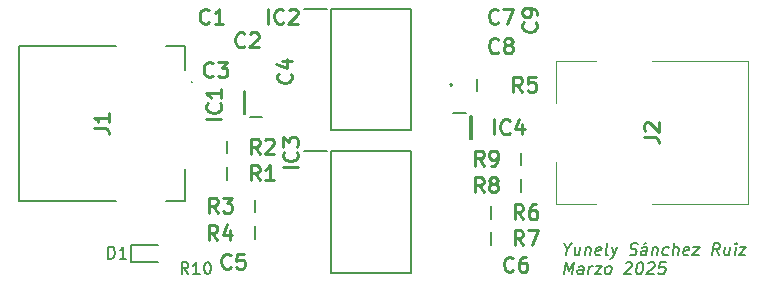
<source format=gbr>
%TF.GenerationSoftware,KiCad,Pcbnew,9.0.0*%
%TF.CreationDate,2025-03-18T13:10:11-04:00*%
%TF.ProjectId,Tarea_2_Aislador_USB,54617265-615f-4325-9f41-69736c61646f,rev?*%
%TF.SameCoordinates,Original*%
%TF.FileFunction,Legend,Top*%
%TF.FilePolarity,Positive*%
%FSLAX46Y46*%
G04 Gerber Fmt 4.6, Leading zero omitted, Abs format (unit mm)*
G04 Created by KiCad (PCBNEW 9.0.0) date 2025-03-18 13:10:11*
%MOMM*%
%LPD*%
G01*
G04 APERTURE LIST*
%ADD10C,0.200000*%
%ADD11C,0.254000*%
%ADD12C,0.150000*%
%ADD13C,0.100000*%
G04 APERTURE END LIST*
D10*
X146613720Y-86181084D02*
X146554197Y-86657275D01*
X146345863Y-85657275D02*
X146613720Y-86181084D01*
X146613720Y-86181084D02*
X147012530Y-85657275D01*
X147732768Y-85990608D02*
X147649435Y-86657275D01*
X147304197Y-85990608D02*
X147238721Y-86514417D01*
X147238721Y-86514417D02*
X147274435Y-86609656D01*
X147274435Y-86609656D02*
X147363721Y-86657275D01*
X147363721Y-86657275D02*
X147506578Y-86657275D01*
X147506578Y-86657275D02*
X147607768Y-86609656D01*
X147607768Y-86609656D02*
X147661340Y-86562036D01*
X148208959Y-85990608D02*
X148125625Y-86657275D01*
X148197054Y-86085846D02*
X148250625Y-86038227D01*
X148250625Y-86038227D02*
X148351816Y-85990608D01*
X148351816Y-85990608D02*
X148494673Y-85990608D01*
X148494673Y-85990608D02*
X148583959Y-86038227D01*
X148583959Y-86038227D02*
X148619673Y-86133465D01*
X148619673Y-86133465D02*
X148554197Y-86657275D01*
X149417292Y-86609656D02*
X149316102Y-86657275D01*
X149316102Y-86657275D02*
X149125625Y-86657275D01*
X149125625Y-86657275D02*
X149036340Y-86609656D01*
X149036340Y-86609656D02*
X149000625Y-86514417D01*
X149000625Y-86514417D02*
X149048245Y-86133465D01*
X149048245Y-86133465D02*
X149107768Y-86038227D01*
X149107768Y-86038227D02*
X149208959Y-85990608D01*
X149208959Y-85990608D02*
X149399435Y-85990608D01*
X149399435Y-85990608D02*
X149488721Y-86038227D01*
X149488721Y-86038227D02*
X149524435Y-86133465D01*
X149524435Y-86133465D02*
X149512530Y-86228703D01*
X149512530Y-86228703D02*
X149024435Y-86323941D01*
X150030388Y-86657275D02*
X149941102Y-86609656D01*
X149941102Y-86609656D02*
X149905388Y-86514417D01*
X149905388Y-86514417D02*
X150012530Y-85657275D01*
X150399436Y-85990608D02*
X150554198Y-86657275D01*
X150875626Y-85990608D02*
X150554198Y-86657275D01*
X150554198Y-86657275D02*
X150429198Y-86895370D01*
X150429198Y-86895370D02*
X150375626Y-86942989D01*
X150375626Y-86942989D02*
X150274436Y-86990608D01*
X151893484Y-86609656D02*
X152030388Y-86657275D01*
X152030388Y-86657275D02*
X152268484Y-86657275D01*
X152268484Y-86657275D02*
X152369674Y-86609656D01*
X152369674Y-86609656D02*
X152423246Y-86562036D01*
X152423246Y-86562036D02*
X152482769Y-86466798D01*
X152482769Y-86466798D02*
X152494674Y-86371560D01*
X152494674Y-86371560D02*
X152458960Y-86276322D01*
X152458960Y-86276322D02*
X152417293Y-86228703D01*
X152417293Y-86228703D02*
X152328008Y-86181084D01*
X152328008Y-86181084D02*
X152143484Y-86133465D01*
X152143484Y-86133465D02*
X152054198Y-86085846D01*
X152054198Y-86085846D02*
X152012531Y-86038227D01*
X152012531Y-86038227D02*
X151976817Y-85942989D01*
X151976817Y-85942989D02*
X151988722Y-85847751D01*
X151988722Y-85847751D02*
X152048246Y-85752513D01*
X152048246Y-85752513D02*
X152101817Y-85704894D01*
X152101817Y-85704894D02*
X152203008Y-85657275D01*
X152203008Y-85657275D02*
X152441103Y-85657275D01*
X152441103Y-85657275D02*
X152578008Y-85704894D01*
X153316103Y-86657275D02*
X153381579Y-86133465D01*
X153381579Y-86133465D02*
X153345865Y-86038227D01*
X153345865Y-86038227D02*
X153256579Y-85990608D01*
X153256579Y-85990608D02*
X153066103Y-85990608D01*
X153066103Y-85990608D02*
X152964912Y-86038227D01*
X153322055Y-86609656D02*
X153220865Y-86657275D01*
X153220865Y-86657275D02*
X152982769Y-86657275D01*
X152982769Y-86657275D02*
X152893484Y-86609656D01*
X152893484Y-86609656D02*
X152857769Y-86514417D01*
X152857769Y-86514417D02*
X152869674Y-86419179D01*
X152869674Y-86419179D02*
X152929198Y-86323941D01*
X152929198Y-86323941D02*
X153030389Y-86276322D01*
X153030389Y-86276322D02*
X153268484Y-86276322D01*
X153268484Y-86276322D02*
X153369674Y-86228703D01*
X153304198Y-85609656D02*
X153143484Y-85752513D01*
X153875627Y-85990608D02*
X153792293Y-86657275D01*
X153863722Y-86085846D02*
X153917293Y-86038227D01*
X153917293Y-86038227D02*
X154018484Y-85990608D01*
X154018484Y-85990608D02*
X154161341Y-85990608D01*
X154161341Y-85990608D02*
X154250627Y-86038227D01*
X154250627Y-86038227D02*
X154286341Y-86133465D01*
X154286341Y-86133465D02*
X154220865Y-86657275D01*
X155131579Y-86609656D02*
X155030389Y-86657275D01*
X155030389Y-86657275D02*
X154839913Y-86657275D01*
X154839913Y-86657275D02*
X154750627Y-86609656D01*
X154750627Y-86609656D02*
X154708960Y-86562036D01*
X154708960Y-86562036D02*
X154673246Y-86466798D01*
X154673246Y-86466798D02*
X154708960Y-86181084D01*
X154708960Y-86181084D02*
X154768484Y-86085846D01*
X154768484Y-86085846D02*
X154822055Y-86038227D01*
X154822055Y-86038227D02*
X154923246Y-85990608D01*
X154923246Y-85990608D02*
X155113722Y-85990608D01*
X155113722Y-85990608D02*
X155203008Y-86038227D01*
X155554198Y-86657275D02*
X155679198Y-85657275D01*
X155982770Y-86657275D02*
X156048246Y-86133465D01*
X156048246Y-86133465D02*
X156012532Y-86038227D01*
X156012532Y-86038227D02*
X155923246Y-85990608D01*
X155923246Y-85990608D02*
X155780389Y-85990608D01*
X155780389Y-85990608D02*
X155679198Y-86038227D01*
X155679198Y-86038227D02*
X155625627Y-86085846D01*
X156845865Y-86609656D02*
X156744675Y-86657275D01*
X156744675Y-86657275D02*
X156554198Y-86657275D01*
X156554198Y-86657275D02*
X156464913Y-86609656D01*
X156464913Y-86609656D02*
X156429198Y-86514417D01*
X156429198Y-86514417D02*
X156476818Y-86133465D01*
X156476818Y-86133465D02*
X156536341Y-86038227D01*
X156536341Y-86038227D02*
X156637532Y-85990608D01*
X156637532Y-85990608D02*
X156828008Y-85990608D01*
X156828008Y-85990608D02*
X156917294Y-86038227D01*
X156917294Y-86038227D02*
X156953008Y-86133465D01*
X156953008Y-86133465D02*
X156941103Y-86228703D01*
X156941103Y-86228703D02*
X156453008Y-86323941D01*
X157304199Y-85990608D02*
X157828008Y-85990608D01*
X157828008Y-85990608D02*
X157220865Y-86657275D01*
X157220865Y-86657275D02*
X157744675Y-86657275D01*
X159458961Y-86657275D02*
X159185151Y-86181084D01*
X158887532Y-86657275D02*
X159012532Y-85657275D01*
X159012532Y-85657275D02*
X159393485Y-85657275D01*
X159393485Y-85657275D02*
X159482770Y-85704894D01*
X159482770Y-85704894D02*
X159524437Y-85752513D01*
X159524437Y-85752513D02*
X159560151Y-85847751D01*
X159560151Y-85847751D02*
X159542294Y-85990608D01*
X159542294Y-85990608D02*
X159482770Y-86085846D01*
X159482770Y-86085846D02*
X159429199Y-86133465D01*
X159429199Y-86133465D02*
X159328009Y-86181084D01*
X159328009Y-86181084D02*
X158947056Y-86181084D01*
X160399437Y-85990608D02*
X160316104Y-86657275D01*
X159970866Y-85990608D02*
X159905390Y-86514417D01*
X159905390Y-86514417D02*
X159941104Y-86609656D01*
X159941104Y-86609656D02*
X160030390Y-86657275D01*
X160030390Y-86657275D02*
X160173247Y-86657275D01*
X160173247Y-86657275D02*
X160274437Y-86609656D01*
X160274437Y-86609656D02*
X160328009Y-86562036D01*
X160792294Y-86657275D02*
X160875628Y-85990608D01*
X160917294Y-85657275D02*
X160863723Y-85704894D01*
X160863723Y-85704894D02*
X160905390Y-85752513D01*
X160905390Y-85752513D02*
X160958961Y-85704894D01*
X160958961Y-85704894D02*
X160917294Y-85657275D01*
X160917294Y-85657275D02*
X160905390Y-85752513D01*
X161256580Y-85990608D02*
X161780389Y-85990608D01*
X161780389Y-85990608D02*
X161173246Y-86657275D01*
X161173246Y-86657275D02*
X161697056Y-86657275D01*
X146363720Y-88267219D02*
X146488720Y-87267219D01*
X146488720Y-87267219D02*
X146732768Y-87981504D01*
X146732768Y-87981504D02*
X147155387Y-87267219D01*
X147155387Y-87267219D02*
X147030387Y-88267219D01*
X147935149Y-88267219D02*
X148000625Y-87743409D01*
X148000625Y-87743409D02*
X147964911Y-87648171D01*
X147964911Y-87648171D02*
X147875625Y-87600552D01*
X147875625Y-87600552D02*
X147685149Y-87600552D01*
X147685149Y-87600552D02*
X147583958Y-87648171D01*
X147941101Y-88219600D02*
X147839911Y-88267219D01*
X147839911Y-88267219D02*
X147601815Y-88267219D01*
X147601815Y-88267219D02*
X147512530Y-88219600D01*
X147512530Y-88219600D02*
X147476815Y-88124361D01*
X147476815Y-88124361D02*
X147488720Y-88029123D01*
X147488720Y-88029123D02*
X147548244Y-87933885D01*
X147548244Y-87933885D02*
X147649435Y-87886266D01*
X147649435Y-87886266D02*
X147887530Y-87886266D01*
X147887530Y-87886266D02*
X147988720Y-87838647D01*
X148411339Y-88267219D02*
X148494673Y-87600552D01*
X148470863Y-87791028D02*
X148530387Y-87695790D01*
X148530387Y-87695790D02*
X148583958Y-87648171D01*
X148583958Y-87648171D02*
X148685149Y-87600552D01*
X148685149Y-87600552D02*
X148780387Y-87600552D01*
X149018483Y-87600552D02*
X149542292Y-87600552D01*
X149542292Y-87600552D02*
X148935149Y-88267219D01*
X148935149Y-88267219D02*
X149458959Y-88267219D01*
X149982769Y-88267219D02*
X149893483Y-88219600D01*
X149893483Y-88219600D02*
X149851816Y-88171980D01*
X149851816Y-88171980D02*
X149816102Y-88076742D01*
X149816102Y-88076742D02*
X149851816Y-87791028D01*
X149851816Y-87791028D02*
X149911340Y-87695790D01*
X149911340Y-87695790D02*
X149964911Y-87648171D01*
X149964911Y-87648171D02*
X150066102Y-87600552D01*
X150066102Y-87600552D02*
X150208959Y-87600552D01*
X150208959Y-87600552D02*
X150298245Y-87648171D01*
X150298245Y-87648171D02*
X150339911Y-87695790D01*
X150339911Y-87695790D02*
X150375626Y-87791028D01*
X150375626Y-87791028D02*
X150339911Y-88076742D01*
X150339911Y-88076742D02*
X150280388Y-88171980D01*
X150280388Y-88171980D02*
X150226816Y-88219600D01*
X150226816Y-88219600D02*
X150125626Y-88267219D01*
X150125626Y-88267219D02*
X149982769Y-88267219D01*
X151572055Y-87362457D02*
X151625626Y-87314838D01*
X151625626Y-87314838D02*
X151726816Y-87267219D01*
X151726816Y-87267219D02*
X151964912Y-87267219D01*
X151964912Y-87267219D02*
X152054197Y-87314838D01*
X152054197Y-87314838D02*
X152095864Y-87362457D01*
X152095864Y-87362457D02*
X152131578Y-87457695D01*
X152131578Y-87457695D02*
X152119674Y-87552933D01*
X152119674Y-87552933D02*
X152054197Y-87695790D01*
X152054197Y-87695790D02*
X151411340Y-88267219D01*
X151411340Y-88267219D02*
X152030388Y-88267219D01*
X152774436Y-87267219D02*
X152869674Y-87267219D01*
X152869674Y-87267219D02*
X152958959Y-87314838D01*
X152958959Y-87314838D02*
X153000626Y-87362457D01*
X153000626Y-87362457D02*
X153036340Y-87457695D01*
X153036340Y-87457695D02*
X153060150Y-87648171D01*
X153060150Y-87648171D02*
X153030388Y-87886266D01*
X153030388Y-87886266D02*
X152958959Y-88076742D01*
X152958959Y-88076742D02*
X152899436Y-88171980D01*
X152899436Y-88171980D02*
X152845864Y-88219600D01*
X152845864Y-88219600D02*
X152744674Y-88267219D01*
X152744674Y-88267219D02*
X152649436Y-88267219D01*
X152649436Y-88267219D02*
X152560150Y-88219600D01*
X152560150Y-88219600D02*
X152518483Y-88171980D01*
X152518483Y-88171980D02*
X152482769Y-88076742D01*
X152482769Y-88076742D02*
X152458959Y-87886266D01*
X152458959Y-87886266D02*
X152488721Y-87648171D01*
X152488721Y-87648171D02*
X152560150Y-87457695D01*
X152560150Y-87457695D02*
X152619674Y-87362457D01*
X152619674Y-87362457D02*
X152673245Y-87314838D01*
X152673245Y-87314838D02*
X152774436Y-87267219D01*
X153476817Y-87362457D02*
X153530388Y-87314838D01*
X153530388Y-87314838D02*
X153631578Y-87267219D01*
X153631578Y-87267219D02*
X153869674Y-87267219D01*
X153869674Y-87267219D02*
X153958959Y-87314838D01*
X153958959Y-87314838D02*
X154000626Y-87362457D01*
X154000626Y-87362457D02*
X154036340Y-87457695D01*
X154036340Y-87457695D02*
X154024436Y-87552933D01*
X154024436Y-87552933D02*
X153958959Y-87695790D01*
X153958959Y-87695790D02*
X153316102Y-88267219D01*
X153316102Y-88267219D02*
X153935150Y-88267219D01*
X154964912Y-87267219D02*
X154488721Y-87267219D01*
X154488721Y-87267219D02*
X154381579Y-87743409D01*
X154381579Y-87743409D02*
X154435150Y-87695790D01*
X154435150Y-87695790D02*
X154536340Y-87648171D01*
X154536340Y-87648171D02*
X154774436Y-87648171D01*
X154774436Y-87648171D02*
X154863721Y-87695790D01*
X154863721Y-87695790D02*
X154905388Y-87743409D01*
X154905388Y-87743409D02*
X154941102Y-87838647D01*
X154941102Y-87838647D02*
X154911340Y-88076742D01*
X154911340Y-88076742D02*
X154851817Y-88171980D01*
X154851817Y-88171980D02*
X154798245Y-88219600D01*
X154798245Y-88219600D02*
X154697055Y-88267219D01*
X154697055Y-88267219D02*
X154458959Y-88267219D01*
X154458959Y-88267219D02*
X154369674Y-88219600D01*
X154369674Y-88219600D02*
X154328007Y-88171980D01*
D11*
X142888333Y-85824318D02*
X142464999Y-85219556D01*
X142162618Y-85824318D02*
X142162618Y-84554318D01*
X142162618Y-84554318D02*
X142646428Y-84554318D01*
X142646428Y-84554318D02*
X142767380Y-84614794D01*
X142767380Y-84614794D02*
X142827857Y-84675270D01*
X142827857Y-84675270D02*
X142888333Y-84796222D01*
X142888333Y-84796222D02*
X142888333Y-84977651D01*
X142888333Y-84977651D02*
X142827857Y-85098603D01*
X142827857Y-85098603D02*
X142767380Y-85159080D01*
X142767380Y-85159080D02*
X142646428Y-85219556D01*
X142646428Y-85219556D02*
X142162618Y-85219556D01*
X143311666Y-84554318D02*
X144158333Y-84554318D01*
X144158333Y-84554318D02*
X143614047Y-85824318D01*
X118128333Y-87703365D02*
X118067857Y-87763842D01*
X118067857Y-87763842D02*
X117886428Y-87824318D01*
X117886428Y-87824318D02*
X117765476Y-87824318D01*
X117765476Y-87824318D02*
X117584047Y-87763842D01*
X117584047Y-87763842D02*
X117463095Y-87642889D01*
X117463095Y-87642889D02*
X117402618Y-87521937D01*
X117402618Y-87521937D02*
X117342142Y-87280032D01*
X117342142Y-87280032D02*
X117342142Y-87098603D01*
X117342142Y-87098603D02*
X117402618Y-86856699D01*
X117402618Y-86856699D02*
X117463095Y-86735746D01*
X117463095Y-86735746D02*
X117584047Y-86614794D01*
X117584047Y-86614794D02*
X117765476Y-86554318D01*
X117765476Y-86554318D02*
X117886428Y-86554318D01*
X117886428Y-86554318D02*
X118067857Y-86614794D01*
X118067857Y-86614794D02*
X118128333Y-86675270D01*
X119277380Y-86554318D02*
X118672618Y-86554318D01*
X118672618Y-86554318D02*
X118612142Y-87159080D01*
X118612142Y-87159080D02*
X118672618Y-87098603D01*
X118672618Y-87098603D02*
X118793571Y-87038127D01*
X118793571Y-87038127D02*
X119095952Y-87038127D01*
X119095952Y-87038127D02*
X119216904Y-87098603D01*
X119216904Y-87098603D02*
X119277380Y-87159080D01*
X119277380Y-87159080D02*
X119337857Y-87280032D01*
X119337857Y-87280032D02*
X119337857Y-87582413D01*
X119337857Y-87582413D02*
X119277380Y-87703365D01*
X119277380Y-87703365D02*
X119216904Y-87763842D01*
X119216904Y-87763842D02*
X119095952Y-87824318D01*
X119095952Y-87824318D02*
X118793571Y-87824318D01*
X118793571Y-87824318D02*
X118672618Y-87763842D01*
X118672618Y-87763842D02*
X118612142Y-87703365D01*
X139538333Y-81324318D02*
X139114999Y-80719556D01*
X138812618Y-81324318D02*
X138812618Y-80054318D01*
X138812618Y-80054318D02*
X139296428Y-80054318D01*
X139296428Y-80054318D02*
X139417380Y-80114794D01*
X139417380Y-80114794D02*
X139477857Y-80175270D01*
X139477857Y-80175270D02*
X139538333Y-80296222D01*
X139538333Y-80296222D02*
X139538333Y-80477651D01*
X139538333Y-80477651D02*
X139477857Y-80598603D01*
X139477857Y-80598603D02*
X139417380Y-80659080D01*
X139417380Y-80659080D02*
X139296428Y-80719556D01*
X139296428Y-80719556D02*
X138812618Y-80719556D01*
X140264047Y-80598603D02*
X140143095Y-80538127D01*
X140143095Y-80538127D02*
X140082618Y-80477651D01*
X140082618Y-80477651D02*
X140022142Y-80356699D01*
X140022142Y-80356699D02*
X140022142Y-80296222D01*
X140022142Y-80296222D02*
X140082618Y-80175270D01*
X140082618Y-80175270D02*
X140143095Y-80114794D01*
X140143095Y-80114794D02*
X140264047Y-80054318D01*
X140264047Y-80054318D02*
X140505952Y-80054318D01*
X140505952Y-80054318D02*
X140626904Y-80114794D01*
X140626904Y-80114794D02*
X140687380Y-80175270D01*
X140687380Y-80175270D02*
X140747857Y-80296222D01*
X140747857Y-80296222D02*
X140747857Y-80356699D01*
X140747857Y-80356699D02*
X140687380Y-80477651D01*
X140687380Y-80477651D02*
X140626904Y-80538127D01*
X140626904Y-80538127D02*
X140505952Y-80598603D01*
X140505952Y-80598603D02*
X140264047Y-80598603D01*
X140264047Y-80598603D02*
X140143095Y-80659080D01*
X140143095Y-80659080D02*
X140082618Y-80719556D01*
X140082618Y-80719556D02*
X140022142Y-80840508D01*
X140022142Y-80840508D02*
X140022142Y-81082413D01*
X140022142Y-81082413D02*
X140082618Y-81203365D01*
X140082618Y-81203365D02*
X140143095Y-81263842D01*
X140143095Y-81263842D02*
X140264047Y-81324318D01*
X140264047Y-81324318D02*
X140505952Y-81324318D01*
X140505952Y-81324318D02*
X140626904Y-81263842D01*
X140626904Y-81263842D02*
X140687380Y-81203365D01*
X140687380Y-81203365D02*
X140747857Y-81082413D01*
X140747857Y-81082413D02*
X140747857Y-80840508D01*
X140747857Y-80840508D02*
X140687380Y-80719556D01*
X140687380Y-80719556D02*
X140626904Y-80659080D01*
X140626904Y-80659080D02*
X140505952Y-80598603D01*
D12*
X114537142Y-88254819D02*
X114203809Y-87778628D01*
X113965714Y-88254819D02*
X113965714Y-87254819D01*
X113965714Y-87254819D02*
X114346666Y-87254819D01*
X114346666Y-87254819D02*
X114441904Y-87302438D01*
X114441904Y-87302438D02*
X114489523Y-87350057D01*
X114489523Y-87350057D02*
X114537142Y-87445295D01*
X114537142Y-87445295D02*
X114537142Y-87588152D01*
X114537142Y-87588152D02*
X114489523Y-87683390D01*
X114489523Y-87683390D02*
X114441904Y-87731009D01*
X114441904Y-87731009D02*
X114346666Y-87778628D01*
X114346666Y-87778628D02*
X113965714Y-87778628D01*
X115489523Y-88254819D02*
X114918095Y-88254819D01*
X115203809Y-88254819D02*
X115203809Y-87254819D01*
X115203809Y-87254819D02*
X115108571Y-87397676D01*
X115108571Y-87397676D02*
X115013333Y-87492914D01*
X115013333Y-87492914D02*
X114918095Y-87540533D01*
X116108571Y-87254819D02*
X116203809Y-87254819D01*
X116203809Y-87254819D02*
X116299047Y-87302438D01*
X116299047Y-87302438D02*
X116346666Y-87350057D01*
X116346666Y-87350057D02*
X116394285Y-87445295D01*
X116394285Y-87445295D02*
X116441904Y-87635771D01*
X116441904Y-87635771D02*
X116441904Y-87873866D01*
X116441904Y-87873866D02*
X116394285Y-88064342D01*
X116394285Y-88064342D02*
X116346666Y-88159580D01*
X116346666Y-88159580D02*
X116299047Y-88207200D01*
X116299047Y-88207200D02*
X116203809Y-88254819D01*
X116203809Y-88254819D02*
X116108571Y-88254819D01*
X116108571Y-88254819D02*
X116013333Y-88207200D01*
X116013333Y-88207200D02*
X115965714Y-88159580D01*
X115965714Y-88159580D02*
X115918095Y-88064342D01*
X115918095Y-88064342D02*
X115870476Y-87873866D01*
X115870476Y-87873866D02*
X115870476Y-87635771D01*
X115870476Y-87635771D02*
X115918095Y-87445295D01*
X115918095Y-87445295D02*
X115965714Y-87350057D01*
X115965714Y-87350057D02*
X116013333Y-87302438D01*
X116013333Y-87302438D02*
X116108571Y-87254819D01*
D11*
X140788333Y-66953365D02*
X140727857Y-67013842D01*
X140727857Y-67013842D02*
X140546428Y-67074318D01*
X140546428Y-67074318D02*
X140425476Y-67074318D01*
X140425476Y-67074318D02*
X140244047Y-67013842D01*
X140244047Y-67013842D02*
X140123095Y-66892889D01*
X140123095Y-66892889D02*
X140062618Y-66771937D01*
X140062618Y-66771937D02*
X140002142Y-66530032D01*
X140002142Y-66530032D02*
X140002142Y-66348603D01*
X140002142Y-66348603D02*
X140062618Y-66106699D01*
X140062618Y-66106699D02*
X140123095Y-65985746D01*
X140123095Y-65985746D02*
X140244047Y-65864794D01*
X140244047Y-65864794D02*
X140425476Y-65804318D01*
X140425476Y-65804318D02*
X140546428Y-65804318D01*
X140546428Y-65804318D02*
X140727857Y-65864794D01*
X140727857Y-65864794D02*
X140788333Y-65925270D01*
X141211666Y-65804318D02*
X142058333Y-65804318D01*
X142058333Y-65804318D02*
X141514047Y-67074318D01*
X140788333Y-69453365D02*
X140727857Y-69513842D01*
X140727857Y-69513842D02*
X140546428Y-69574318D01*
X140546428Y-69574318D02*
X140425476Y-69574318D01*
X140425476Y-69574318D02*
X140244047Y-69513842D01*
X140244047Y-69513842D02*
X140123095Y-69392889D01*
X140123095Y-69392889D02*
X140062618Y-69271937D01*
X140062618Y-69271937D02*
X140002142Y-69030032D01*
X140002142Y-69030032D02*
X140002142Y-68848603D01*
X140002142Y-68848603D02*
X140062618Y-68606699D01*
X140062618Y-68606699D02*
X140123095Y-68485746D01*
X140123095Y-68485746D02*
X140244047Y-68364794D01*
X140244047Y-68364794D02*
X140425476Y-68304318D01*
X140425476Y-68304318D02*
X140546428Y-68304318D01*
X140546428Y-68304318D02*
X140727857Y-68364794D01*
X140727857Y-68364794D02*
X140788333Y-68425270D01*
X141514047Y-68848603D02*
X141393095Y-68788127D01*
X141393095Y-68788127D02*
X141332618Y-68727651D01*
X141332618Y-68727651D02*
X141272142Y-68606699D01*
X141272142Y-68606699D02*
X141272142Y-68546222D01*
X141272142Y-68546222D02*
X141332618Y-68425270D01*
X141332618Y-68425270D02*
X141393095Y-68364794D01*
X141393095Y-68364794D02*
X141514047Y-68304318D01*
X141514047Y-68304318D02*
X141755952Y-68304318D01*
X141755952Y-68304318D02*
X141876904Y-68364794D01*
X141876904Y-68364794D02*
X141937380Y-68425270D01*
X141937380Y-68425270D02*
X141997857Y-68546222D01*
X141997857Y-68546222D02*
X141997857Y-68606699D01*
X141997857Y-68606699D02*
X141937380Y-68727651D01*
X141937380Y-68727651D02*
X141876904Y-68788127D01*
X141876904Y-68788127D02*
X141755952Y-68848603D01*
X141755952Y-68848603D02*
X141514047Y-68848603D01*
X141514047Y-68848603D02*
X141393095Y-68909080D01*
X141393095Y-68909080D02*
X141332618Y-68969556D01*
X141332618Y-68969556D02*
X141272142Y-69090508D01*
X141272142Y-69090508D02*
X141272142Y-69332413D01*
X141272142Y-69332413D02*
X141332618Y-69453365D01*
X141332618Y-69453365D02*
X141393095Y-69513842D01*
X141393095Y-69513842D02*
X141514047Y-69574318D01*
X141514047Y-69574318D02*
X141755952Y-69574318D01*
X141755952Y-69574318D02*
X141876904Y-69513842D01*
X141876904Y-69513842D02*
X141937380Y-69453365D01*
X141937380Y-69453365D02*
X141997857Y-69332413D01*
X141997857Y-69332413D02*
X141997857Y-69090508D01*
X141997857Y-69090508D02*
X141937380Y-68969556D01*
X141937380Y-68969556D02*
X141876904Y-68909080D01*
X141876904Y-68909080D02*
X141755952Y-68848603D01*
X120588333Y-78074318D02*
X120164999Y-77469556D01*
X119862618Y-78074318D02*
X119862618Y-76804318D01*
X119862618Y-76804318D02*
X120346428Y-76804318D01*
X120346428Y-76804318D02*
X120467380Y-76864794D01*
X120467380Y-76864794D02*
X120527857Y-76925270D01*
X120527857Y-76925270D02*
X120588333Y-77046222D01*
X120588333Y-77046222D02*
X120588333Y-77227651D01*
X120588333Y-77227651D02*
X120527857Y-77348603D01*
X120527857Y-77348603D02*
X120467380Y-77409080D01*
X120467380Y-77409080D02*
X120346428Y-77469556D01*
X120346428Y-77469556D02*
X119862618Y-77469556D01*
X121072142Y-76925270D02*
X121132618Y-76864794D01*
X121132618Y-76864794D02*
X121253571Y-76804318D01*
X121253571Y-76804318D02*
X121555952Y-76804318D01*
X121555952Y-76804318D02*
X121676904Y-76864794D01*
X121676904Y-76864794D02*
X121737380Y-76925270D01*
X121737380Y-76925270D02*
X121797857Y-77046222D01*
X121797857Y-77046222D02*
X121797857Y-77167175D01*
X121797857Y-77167175D02*
X121737380Y-77348603D01*
X121737380Y-77348603D02*
X121011666Y-78074318D01*
X121011666Y-78074318D02*
X121797857Y-78074318D01*
X120588333Y-80324318D02*
X120164999Y-79719556D01*
X119862618Y-80324318D02*
X119862618Y-79054318D01*
X119862618Y-79054318D02*
X120346428Y-79054318D01*
X120346428Y-79054318D02*
X120467380Y-79114794D01*
X120467380Y-79114794D02*
X120527857Y-79175270D01*
X120527857Y-79175270D02*
X120588333Y-79296222D01*
X120588333Y-79296222D02*
X120588333Y-79477651D01*
X120588333Y-79477651D02*
X120527857Y-79598603D01*
X120527857Y-79598603D02*
X120467380Y-79659080D01*
X120467380Y-79659080D02*
X120346428Y-79719556D01*
X120346428Y-79719556D02*
X119862618Y-79719556D01*
X121797857Y-80324318D02*
X121072142Y-80324318D01*
X121434999Y-80324318D02*
X121434999Y-79054318D01*
X121434999Y-79054318D02*
X121314047Y-79235746D01*
X121314047Y-79235746D02*
X121193095Y-79356699D01*
X121193095Y-79356699D02*
X121072142Y-79417175D01*
X123824318Y-79239762D02*
X122554318Y-79239762D01*
X123703365Y-77909285D02*
X123763842Y-77969761D01*
X123763842Y-77969761D02*
X123824318Y-78151190D01*
X123824318Y-78151190D02*
X123824318Y-78272142D01*
X123824318Y-78272142D02*
X123763842Y-78453571D01*
X123763842Y-78453571D02*
X123642889Y-78574523D01*
X123642889Y-78574523D02*
X123521937Y-78635000D01*
X123521937Y-78635000D02*
X123280032Y-78695476D01*
X123280032Y-78695476D02*
X123098603Y-78695476D01*
X123098603Y-78695476D02*
X122856699Y-78635000D01*
X122856699Y-78635000D02*
X122735746Y-78574523D01*
X122735746Y-78574523D02*
X122614794Y-78453571D01*
X122614794Y-78453571D02*
X122554318Y-78272142D01*
X122554318Y-78272142D02*
X122554318Y-78151190D01*
X122554318Y-78151190D02*
X122614794Y-77969761D01*
X122614794Y-77969761D02*
X122675270Y-77909285D01*
X122554318Y-77485952D02*
X122554318Y-76699761D01*
X122554318Y-76699761D02*
X123038127Y-77123095D01*
X123038127Y-77123095D02*
X123038127Y-76941666D01*
X123038127Y-76941666D02*
X123098603Y-76820714D01*
X123098603Y-76820714D02*
X123159080Y-76760238D01*
X123159080Y-76760238D02*
X123280032Y-76699761D01*
X123280032Y-76699761D02*
X123582413Y-76699761D01*
X123582413Y-76699761D02*
X123703365Y-76760238D01*
X123703365Y-76760238D02*
X123763842Y-76820714D01*
X123763842Y-76820714D02*
X123824318Y-76941666D01*
X123824318Y-76941666D02*
X123824318Y-77304523D01*
X123824318Y-77304523D02*
X123763842Y-77425476D01*
X123763842Y-77425476D02*
X123703365Y-77485952D01*
X117324318Y-75139762D02*
X116054318Y-75139762D01*
X117203365Y-73809285D02*
X117263842Y-73869761D01*
X117263842Y-73869761D02*
X117324318Y-74051190D01*
X117324318Y-74051190D02*
X117324318Y-74172142D01*
X117324318Y-74172142D02*
X117263842Y-74353571D01*
X117263842Y-74353571D02*
X117142889Y-74474523D01*
X117142889Y-74474523D02*
X117021937Y-74535000D01*
X117021937Y-74535000D02*
X116780032Y-74595476D01*
X116780032Y-74595476D02*
X116598603Y-74595476D01*
X116598603Y-74595476D02*
X116356699Y-74535000D01*
X116356699Y-74535000D02*
X116235746Y-74474523D01*
X116235746Y-74474523D02*
X116114794Y-74353571D01*
X116114794Y-74353571D02*
X116054318Y-74172142D01*
X116054318Y-74172142D02*
X116054318Y-74051190D01*
X116054318Y-74051190D02*
X116114794Y-73869761D01*
X116114794Y-73869761D02*
X116175270Y-73809285D01*
X117324318Y-72599761D02*
X117324318Y-73325476D01*
X117324318Y-72962619D02*
X116054318Y-72962619D01*
X116054318Y-72962619D02*
X116235746Y-73083571D01*
X116235746Y-73083571D02*
X116356699Y-73204523D01*
X116356699Y-73204523D02*
X116417175Y-73325476D01*
X139538333Y-79074318D02*
X139114999Y-78469556D01*
X138812618Y-79074318D02*
X138812618Y-77804318D01*
X138812618Y-77804318D02*
X139296428Y-77804318D01*
X139296428Y-77804318D02*
X139417380Y-77864794D01*
X139417380Y-77864794D02*
X139477857Y-77925270D01*
X139477857Y-77925270D02*
X139538333Y-78046222D01*
X139538333Y-78046222D02*
X139538333Y-78227651D01*
X139538333Y-78227651D02*
X139477857Y-78348603D01*
X139477857Y-78348603D02*
X139417380Y-78409080D01*
X139417380Y-78409080D02*
X139296428Y-78469556D01*
X139296428Y-78469556D02*
X138812618Y-78469556D01*
X140143095Y-79074318D02*
X140384999Y-79074318D01*
X140384999Y-79074318D02*
X140505952Y-79013842D01*
X140505952Y-79013842D02*
X140566428Y-78953365D01*
X140566428Y-78953365D02*
X140687380Y-78771937D01*
X140687380Y-78771937D02*
X140747857Y-78530032D01*
X140747857Y-78530032D02*
X140747857Y-78046222D01*
X140747857Y-78046222D02*
X140687380Y-77925270D01*
X140687380Y-77925270D02*
X140626904Y-77864794D01*
X140626904Y-77864794D02*
X140505952Y-77804318D01*
X140505952Y-77804318D02*
X140264047Y-77804318D01*
X140264047Y-77804318D02*
X140143095Y-77864794D01*
X140143095Y-77864794D02*
X140082618Y-77925270D01*
X140082618Y-77925270D02*
X140022142Y-78046222D01*
X140022142Y-78046222D02*
X140022142Y-78348603D01*
X140022142Y-78348603D02*
X140082618Y-78469556D01*
X140082618Y-78469556D02*
X140143095Y-78530032D01*
X140143095Y-78530032D02*
X140264047Y-78590508D01*
X140264047Y-78590508D02*
X140505952Y-78590508D01*
X140505952Y-78590508D02*
X140626904Y-78530032D01*
X140626904Y-78530032D02*
X140687380Y-78469556D01*
X140687380Y-78469556D02*
X140747857Y-78348603D01*
X116988333Y-85374318D02*
X116564999Y-84769556D01*
X116262618Y-85374318D02*
X116262618Y-84104318D01*
X116262618Y-84104318D02*
X116746428Y-84104318D01*
X116746428Y-84104318D02*
X116867380Y-84164794D01*
X116867380Y-84164794D02*
X116927857Y-84225270D01*
X116927857Y-84225270D02*
X116988333Y-84346222D01*
X116988333Y-84346222D02*
X116988333Y-84527651D01*
X116988333Y-84527651D02*
X116927857Y-84648603D01*
X116927857Y-84648603D02*
X116867380Y-84709080D01*
X116867380Y-84709080D02*
X116746428Y-84769556D01*
X116746428Y-84769556D02*
X116262618Y-84769556D01*
X118076904Y-84527651D02*
X118076904Y-85374318D01*
X117774523Y-84043842D02*
X117472142Y-84950984D01*
X117472142Y-84950984D02*
X118258333Y-84950984D01*
X123203365Y-71291666D02*
X123263842Y-71352142D01*
X123263842Y-71352142D02*
X123324318Y-71533571D01*
X123324318Y-71533571D02*
X123324318Y-71654523D01*
X123324318Y-71654523D02*
X123263842Y-71835952D01*
X123263842Y-71835952D02*
X123142889Y-71956904D01*
X123142889Y-71956904D02*
X123021937Y-72017381D01*
X123021937Y-72017381D02*
X122780032Y-72077857D01*
X122780032Y-72077857D02*
X122598603Y-72077857D01*
X122598603Y-72077857D02*
X122356699Y-72017381D01*
X122356699Y-72017381D02*
X122235746Y-71956904D01*
X122235746Y-71956904D02*
X122114794Y-71835952D01*
X122114794Y-71835952D02*
X122054318Y-71654523D01*
X122054318Y-71654523D02*
X122054318Y-71533571D01*
X122054318Y-71533571D02*
X122114794Y-71352142D01*
X122114794Y-71352142D02*
X122175270Y-71291666D01*
X122477651Y-70203095D02*
X123324318Y-70203095D01*
X121993842Y-70505476D02*
X122900984Y-70807857D01*
X122900984Y-70807857D02*
X122900984Y-70021666D01*
X116288333Y-66953365D02*
X116227857Y-67013842D01*
X116227857Y-67013842D02*
X116046428Y-67074318D01*
X116046428Y-67074318D02*
X115925476Y-67074318D01*
X115925476Y-67074318D02*
X115744047Y-67013842D01*
X115744047Y-67013842D02*
X115623095Y-66892889D01*
X115623095Y-66892889D02*
X115562618Y-66771937D01*
X115562618Y-66771937D02*
X115502142Y-66530032D01*
X115502142Y-66530032D02*
X115502142Y-66348603D01*
X115502142Y-66348603D02*
X115562618Y-66106699D01*
X115562618Y-66106699D02*
X115623095Y-65985746D01*
X115623095Y-65985746D02*
X115744047Y-65864794D01*
X115744047Y-65864794D02*
X115925476Y-65804318D01*
X115925476Y-65804318D02*
X116046428Y-65804318D01*
X116046428Y-65804318D02*
X116227857Y-65864794D01*
X116227857Y-65864794D02*
X116288333Y-65925270D01*
X117497857Y-67074318D02*
X116772142Y-67074318D01*
X117134999Y-67074318D02*
X117134999Y-65804318D01*
X117134999Y-65804318D02*
X117014047Y-65985746D01*
X117014047Y-65985746D02*
X116893095Y-66106699D01*
X116893095Y-66106699D02*
X116772142Y-66167175D01*
D12*
X107761905Y-86954819D02*
X107761905Y-85954819D01*
X107761905Y-85954819D02*
X108000000Y-85954819D01*
X108000000Y-85954819D02*
X108142857Y-86002438D01*
X108142857Y-86002438D02*
X108238095Y-86097676D01*
X108238095Y-86097676D02*
X108285714Y-86192914D01*
X108285714Y-86192914D02*
X108333333Y-86383390D01*
X108333333Y-86383390D02*
X108333333Y-86526247D01*
X108333333Y-86526247D02*
X108285714Y-86716723D01*
X108285714Y-86716723D02*
X108238095Y-86811961D01*
X108238095Y-86811961D02*
X108142857Y-86907200D01*
X108142857Y-86907200D02*
X108000000Y-86954819D01*
X108000000Y-86954819D02*
X107761905Y-86954819D01*
X109285714Y-86954819D02*
X108714286Y-86954819D01*
X109000000Y-86954819D02*
X109000000Y-85954819D01*
X109000000Y-85954819D02*
X108904762Y-86097676D01*
X108904762Y-86097676D02*
X108809524Y-86192914D01*
X108809524Y-86192914D02*
X108714286Y-86240533D01*
D11*
X153104318Y-76693332D02*
X154011461Y-76693332D01*
X154011461Y-76693332D02*
X154192889Y-76753809D01*
X154192889Y-76753809D02*
X154313842Y-76874761D01*
X154313842Y-76874761D02*
X154374318Y-77056190D01*
X154374318Y-77056190D02*
X154374318Y-77177142D01*
X153225270Y-76149047D02*
X153164794Y-76088571D01*
X153164794Y-76088571D02*
X153104318Y-75967618D01*
X153104318Y-75967618D02*
X153104318Y-75665237D01*
X153104318Y-75665237D02*
X153164794Y-75544285D01*
X153164794Y-75544285D02*
X153225270Y-75483809D01*
X153225270Y-75483809D02*
X153346222Y-75423332D01*
X153346222Y-75423332D02*
X153467175Y-75423332D01*
X153467175Y-75423332D02*
X153648603Y-75483809D01*
X153648603Y-75483809D02*
X154374318Y-76209523D01*
X154374318Y-76209523D02*
X154374318Y-75423332D01*
X106549318Y-75923332D02*
X107456461Y-75923332D01*
X107456461Y-75923332D02*
X107637889Y-75983809D01*
X107637889Y-75983809D02*
X107758842Y-76104761D01*
X107758842Y-76104761D02*
X107819318Y-76286190D01*
X107819318Y-76286190D02*
X107819318Y-76407142D01*
X107819318Y-74653332D02*
X107819318Y-75379047D01*
X107819318Y-75016190D02*
X106549318Y-75016190D01*
X106549318Y-75016190D02*
X106730746Y-75137142D01*
X106730746Y-75137142D02*
X106851699Y-75258094D01*
X106851699Y-75258094D02*
X106912175Y-75379047D01*
X142038333Y-87953365D02*
X141977857Y-88013842D01*
X141977857Y-88013842D02*
X141796428Y-88074318D01*
X141796428Y-88074318D02*
X141675476Y-88074318D01*
X141675476Y-88074318D02*
X141494047Y-88013842D01*
X141494047Y-88013842D02*
X141373095Y-87892889D01*
X141373095Y-87892889D02*
X141312618Y-87771937D01*
X141312618Y-87771937D02*
X141252142Y-87530032D01*
X141252142Y-87530032D02*
X141252142Y-87348603D01*
X141252142Y-87348603D02*
X141312618Y-87106699D01*
X141312618Y-87106699D02*
X141373095Y-86985746D01*
X141373095Y-86985746D02*
X141494047Y-86864794D01*
X141494047Y-86864794D02*
X141675476Y-86804318D01*
X141675476Y-86804318D02*
X141796428Y-86804318D01*
X141796428Y-86804318D02*
X141977857Y-86864794D01*
X141977857Y-86864794D02*
X142038333Y-86925270D01*
X143126904Y-86804318D02*
X142884999Y-86804318D01*
X142884999Y-86804318D02*
X142764047Y-86864794D01*
X142764047Y-86864794D02*
X142703571Y-86925270D01*
X142703571Y-86925270D02*
X142582618Y-87106699D01*
X142582618Y-87106699D02*
X142522142Y-87348603D01*
X142522142Y-87348603D02*
X142522142Y-87832413D01*
X142522142Y-87832413D02*
X142582618Y-87953365D01*
X142582618Y-87953365D02*
X142643095Y-88013842D01*
X142643095Y-88013842D02*
X142764047Y-88074318D01*
X142764047Y-88074318D02*
X143005952Y-88074318D01*
X143005952Y-88074318D02*
X143126904Y-88013842D01*
X143126904Y-88013842D02*
X143187380Y-87953365D01*
X143187380Y-87953365D02*
X143247857Y-87832413D01*
X143247857Y-87832413D02*
X143247857Y-87530032D01*
X143247857Y-87530032D02*
X143187380Y-87409080D01*
X143187380Y-87409080D02*
X143126904Y-87348603D01*
X143126904Y-87348603D02*
X143005952Y-87288127D01*
X143005952Y-87288127D02*
X142764047Y-87288127D01*
X142764047Y-87288127D02*
X142643095Y-87348603D01*
X142643095Y-87348603D02*
X142582618Y-87409080D01*
X142582618Y-87409080D02*
X142522142Y-87530032D01*
X116628333Y-71453365D02*
X116567857Y-71513842D01*
X116567857Y-71513842D02*
X116386428Y-71574318D01*
X116386428Y-71574318D02*
X116265476Y-71574318D01*
X116265476Y-71574318D02*
X116084047Y-71513842D01*
X116084047Y-71513842D02*
X115963095Y-71392889D01*
X115963095Y-71392889D02*
X115902618Y-71271937D01*
X115902618Y-71271937D02*
X115842142Y-71030032D01*
X115842142Y-71030032D02*
X115842142Y-70848603D01*
X115842142Y-70848603D02*
X115902618Y-70606699D01*
X115902618Y-70606699D02*
X115963095Y-70485746D01*
X115963095Y-70485746D02*
X116084047Y-70364794D01*
X116084047Y-70364794D02*
X116265476Y-70304318D01*
X116265476Y-70304318D02*
X116386428Y-70304318D01*
X116386428Y-70304318D02*
X116567857Y-70364794D01*
X116567857Y-70364794D02*
X116628333Y-70425270D01*
X117051666Y-70304318D02*
X117837857Y-70304318D01*
X117837857Y-70304318D02*
X117414523Y-70788127D01*
X117414523Y-70788127D02*
X117595952Y-70788127D01*
X117595952Y-70788127D02*
X117716904Y-70848603D01*
X117716904Y-70848603D02*
X117777380Y-70909080D01*
X117777380Y-70909080D02*
X117837857Y-71030032D01*
X117837857Y-71030032D02*
X117837857Y-71332413D01*
X117837857Y-71332413D02*
X117777380Y-71453365D01*
X117777380Y-71453365D02*
X117716904Y-71513842D01*
X117716904Y-71513842D02*
X117595952Y-71574318D01*
X117595952Y-71574318D02*
X117233095Y-71574318D01*
X117233095Y-71574318D02*
X117112142Y-71513842D01*
X117112142Y-71513842D02*
X117051666Y-71453365D01*
X121260237Y-67074318D02*
X121260237Y-65804318D01*
X122590714Y-66953365D02*
X122530238Y-67013842D01*
X122530238Y-67013842D02*
X122348809Y-67074318D01*
X122348809Y-67074318D02*
X122227857Y-67074318D01*
X122227857Y-67074318D02*
X122046428Y-67013842D01*
X122046428Y-67013842D02*
X121925476Y-66892889D01*
X121925476Y-66892889D02*
X121864999Y-66771937D01*
X121864999Y-66771937D02*
X121804523Y-66530032D01*
X121804523Y-66530032D02*
X121804523Y-66348603D01*
X121804523Y-66348603D02*
X121864999Y-66106699D01*
X121864999Y-66106699D02*
X121925476Y-65985746D01*
X121925476Y-65985746D02*
X122046428Y-65864794D01*
X122046428Y-65864794D02*
X122227857Y-65804318D01*
X122227857Y-65804318D02*
X122348809Y-65804318D01*
X122348809Y-65804318D02*
X122530238Y-65864794D01*
X122530238Y-65864794D02*
X122590714Y-65925270D01*
X123074523Y-65925270D02*
X123134999Y-65864794D01*
X123134999Y-65864794D02*
X123255952Y-65804318D01*
X123255952Y-65804318D02*
X123558333Y-65804318D01*
X123558333Y-65804318D02*
X123679285Y-65864794D01*
X123679285Y-65864794D02*
X123739761Y-65925270D01*
X123739761Y-65925270D02*
X123800238Y-66046222D01*
X123800238Y-66046222D02*
X123800238Y-66167175D01*
X123800238Y-66167175D02*
X123739761Y-66348603D01*
X123739761Y-66348603D02*
X123014047Y-67074318D01*
X123014047Y-67074318D02*
X123800238Y-67074318D01*
X143953365Y-66961666D02*
X144013842Y-67022142D01*
X144013842Y-67022142D02*
X144074318Y-67203571D01*
X144074318Y-67203571D02*
X144074318Y-67324523D01*
X144074318Y-67324523D02*
X144013842Y-67505952D01*
X144013842Y-67505952D02*
X143892889Y-67626904D01*
X143892889Y-67626904D02*
X143771937Y-67687381D01*
X143771937Y-67687381D02*
X143530032Y-67747857D01*
X143530032Y-67747857D02*
X143348603Y-67747857D01*
X143348603Y-67747857D02*
X143106699Y-67687381D01*
X143106699Y-67687381D02*
X142985746Y-67626904D01*
X142985746Y-67626904D02*
X142864794Y-67505952D01*
X142864794Y-67505952D02*
X142804318Y-67324523D01*
X142804318Y-67324523D02*
X142804318Y-67203571D01*
X142804318Y-67203571D02*
X142864794Y-67022142D01*
X142864794Y-67022142D02*
X142925270Y-66961666D01*
X144074318Y-66356904D02*
X144074318Y-66115000D01*
X144074318Y-66115000D02*
X144013842Y-65994047D01*
X144013842Y-65994047D02*
X143953365Y-65933571D01*
X143953365Y-65933571D02*
X143771937Y-65812619D01*
X143771937Y-65812619D02*
X143530032Y-65752142D01*
X143530032Y-65752142D02*
X143046222Y-65752142D01*
X143046222Y-65752142D02*
X142925270Y-65812619D01*
X142925270Y-65812619D02*
X142864794Y-65873095D01*
X142864794Y-65873095D02*
X142804318Y-65994047D01*
X142804318Y-65994047D02*
X142804318Y-66235952D01*
X142804318Y-66235952D02*
X142864794Y-66356904D01*
X142864794Y-66356904D02*
X142925270Y-66417381D01*
X142925270Y-66417381D02*
X143046222Y-66477857D01*
X143046222Y-66477857D02*
X143348603Y-66477857D01*
X143348603Y-66477857D02*
X143469556Y-66417381D01*
X143469556Y-66417381D02*
X143530032Y-66356904D01*
X143530032Y-66356904D02*
X143590508Y-66235952D01*
X143590508Y-66235952D02*
X143590508Y-65994047D01*
X143590508Y-65994047D02*
X143530032Y-65873095D01*
X143530032Y-65873095D02*
X143469556Y-65812619D01*
X143469556Y-65812619D02*
X143348603Y-65752142D01*
X142788333Y-72824318D02*
X142364999Y-72219556D01*
X142062618Y-72824318D02*
X142062618Y-71554318D01*
X142062618Y-71554318D02*
X142546428Y-71554318D01*
X142546428Y-71554318D02*
X142667380Y-71614794D01*
X142667380Y-71614794D02*
X142727857Y-71675270D01*
X142727857Y-71675270D02*
X142788333Y-71796222D01*
X142788333Y-71796222D02*
X142788333Y-71977651D01*
X142788333Y-71977651D02*
X142727857Y-72098603D01*
X142727857Y-72098603D02*
X142667380Y-72159080D01*
X142667380Y-72159080D02*
X142546428Y-72219556D01*
X142546428Y-72219556D02*
X142062618Y-72219556D01*
X143937380Y-71554318D02*
X143332618Y-71554318D01*
X143332618Y-71554318D02*
X143272142Y-72159080D01*
X143272142Y-72159080D02*
X143332618Y-72098603D01*
X143332618Y-72098603D02*
X143453571Y-72038127D01*
X143453571Y-72038127D02*
X143755952Y-72038127D01*
X143755952Y-72038127D02*
X143876904Y-72098603D01*
X143876904Y-72098603D02*
X143937380Y-72159080D01*
X143937380Y-72159080D02*
X143997857Y-72280032D01*
X143997857Y-72280032D02*
X143997857Y-72582413D01*
X143997857Y-72582413D02*
X143937380Y-72703365D01*
X143937380Y-72703365D02*
X143876904Y-72763842D01*
X143876904Y-72763842D02*
X143755952Y-72824318D01*
X143755952Y-72824318D02*
X143453571Y-72824318D01*
X143453571Y-72824318D02*
X143332618Y-72763842D01*
X143332618Y-72763842D02*
X143272142Y-72703365D01*
X142888333Y-83624318D02*
X142464999Y-83019556D01*
X142162618Y-83624318D02*
X142162618Y-82354318D01*
X142162618Y-82354318D02*
X142646428Y-82354318D01*
X142646428Y-82354318D02*
X142767380Y-82414794D01*
X142767380Y-82414794D02*
X142827857Y-82475270D01*
X142827857Y-82475270D02*
X142888333Y-82596222D01*
X142888333Y-82596222D02*
X142888333Y-82777651D01*
X142888333Y-82777651D02*
X142827857Y-82898603D01*
X142827857Y-82898603D02*
X142767380Y-82959080D01*
X142767380Y-82959080D02*
X142646428Y-83019556D01*
X142646428Y-83019556D02*
X142162618Y-83019556D01*
X143976904Y-82354318D02*
X143734999Y-82354318D01*
X143734999Y-82354318D02*
X143614047Y-82414794D01*
X143614047Y-82414794D02*
X143553571Y-82475270D01*
X143553571Y-82475270D02*
X143432618Y-82656699D01*
X143432618Y-82656699D02*
X143372142Y-82898603D01*
X143372142Y-82898603D02*
X143372142Y-83382413D01*
X143372142Y-83382413D02*
X143432618Y-83503365D01*
X143432618Y-83503365D02*
X143493095Y-83563842D01*
X143493095Y-83563842D02*
X143614047Y-83624318D01*
X143614047Y-83624318D02*
X143855952Y-83624318D01*
X143855952Y-83624318D02*
X143976904Y-83563842D01*
X143976904Y-83563842D02*
X144037380Y-83503365D01*
X144037380Y-83503365D02*
X144097857Y-83382413D01*
X144097857Y-83382413D02*
X144097857Y-83080032D01*
X144097857Y-83080032D02*
X144037380Y-82959080D01*
X144037380Y-82959080D02*
X143976904Y-82898603D01*
X143976904Y-82898603D02*
X143855952Y-82838127D01*
X143855952Y-82838127D02*
X143614047Y-82838127D01*
X143614047Y-82838127D02*
X143493095Y-82898603D01*
X143493095Y-82898603D02*
X143432618Y-82959080D01*
X143432618Y-82959080D02*
X143372142Y-83080032D01*
X117038333Y-83074318D02*
X116614999Y-82469556D01*
X116312618Y-83074318D02*
X116312618Y-81804318D01*
X116312618Y-81804318D02*
X116796428Y-81804318D01*
X116796428Y-81804318D02*
X116917380Y-81864794D01*
X116917380Y-81864794D02*
X116977857Y-81925270D01*
X116977857Y-81925270D02*
X117038333Y-82046222D01*
X117038333Y-82046222D02*
X117038333Y-82227651D01*
X117038333Y-82227651D02*
X116977857Y-82348603D01*
X116977857Y-82348603D02*
X116917380Y-82409080D01*
X116917380Y-82409080D02*
X116796428Y-82469556D01*
X116796428Y-82469556D02*
X116312618Y-82469556D01*
X117461666Y-81804318D02*
X118247857Y-81804318D01*
X118247857Y-81804318D02*
X117824523Y-82288127D01*
X117824523Y-82288127D02*
X118005952Y-82288127D01*
X118005952Y-82288127D02*
X118126904Y-82348603D01*
X118126904Y-82348603D02*
X118187380Y-82409080D01*
X118187380Y-82409080D02*
X118247857Y-82530032D01*
X118247857Y-82530032D02*
X118247857Y-82832413D01*
X118247857Y-82832413D02*
X118187380Y-82953365D01*
X118187380Y-82953365D02*
X118126904Y-83013842D01*
X118126904Y-83013842D02*
X118005952Y-83074318D01*
X118005952Y-83074318D02*
X117643095Y-83074318D01*
X117643095Y-83074318D02*
X117522142Y-83013842D01*
X117522142Y-83013842D02*
X117461666Y-82953365D01*
X140410237Y-76424318D02*
X140410237Y-75154318D01*
X141740714Y-76303365D02*
X141680238Y-76363842D01*
X141680238Y-76363842D02*
X141498809Y-76424318D01*
X141498809Y-76424318D02*
X141377857Y-76424318D01*
X141377857Y-76424318D02*
X141196428Y-76363842D01*
X141196428Y-76363842D02*
X141075476Y-76242889D01*
X141075476Y-76242889D02*
X141014999Y-76121937D01*
X141014999Y-76121937D02*
X140954523Y-75880032D01*
X140954523Y-75880032D02*
X140954523Y-75698603D01*
X140954523Y-75698603D02*
X141014999Y-75456699D01*
X141014999Y-75456699D02*
X141075476Y-75335746D01*
X141075476Y-75335746D02*
X141196428Y-75214794D01*
X141196428Y-75214794D02*
X141377857Y-75154318D01*
X141377857Y-75154318D02*
X141498809Y-75154318D01*
X141498809Y-75154318D02*
X141680238Y-75214794D01*
X141680238Y-75214794D02*
X141740714Y-75275270D01*
X142829285Y-75577651D02*
X142829285Y-76424318D01*
X142526904Y-75093842D02*
X142224523Y-76000984D01*
X142224523Y-76000984D02*
X143010714Y-76000984D01*
X119288333Y-68953365D02*
X119227857Y-69013842D01*
X119227857Y-69013842D02*
X119046428Y-69074318D01*
X119046428Y-69074318D02*
X118925476Y-69074318D01*
X118925476Y-69074318D02*
X118744047Y-69013842D01*
X118744047Y-69013842D02*
X118623095Y-68892889D01*
X118623095Y-68892889D02*
X118562618Y-68771937D01*
X118562618Y-68771937D02*
X118502142Y-68530032D01*
X118502142Y-68530032D02*
X118502142Y-68348603D01*
X118502142Y-68348603D02*
X118562618Y-68106699D01*
X118562618Y-68106699D02*
X118623095Y-67985746D01*
X118623095Y-67985746D02*
X118744047Y-67864794D01*
X118744047Y-67864794D02*
X118925476Y-67804318D01*
X118925476Y-67804318D02*
X119046428Y-67804318D01*
X119046428Y-67804318D02*
X119227857Y-67864794D01*
X119227857Y-67864794D02*
X119288333Y-67925270D01*
X119772142Y-67925270D02*
X119832618Y-67864794D01*
X119832618Y-67864794D02*
X119953571Y-67804318D01*
X119953571Y-67804318D02*
X120255952Y-67804318D01*
X120255952Y-67804318D02*
X120376904Y-67864794D01*
X120376904Y-67864794D02*
X120437380Y-67925270D01*
X120437380Y-67925270D02*
X120497857Y-68046222D01*
X120497857Y-68046222D02*
X120497857Y-68167175D01*
X120497857Y-68167175D02*
X120437380Y-68348603D01*
X120437380Y-68348603D02*
X119711666Y-69074318D01*
X119711666Y-69074318D02*
X120497857Y-69074318D01*
D10*
%TO.C,R7*%
X140200000Y-84725000D02*
X140200000Y-85775000D01*
%TO.C,R8*%
X142700000Y-81275000D02*
X142700000Y-80225000D01*
%TO.C,R2*%
X117850000Y-78025000D02*
X117850000Y-76975000D01*
%TO.C,R1*%
X117850000Y-80275000D02*
X117850000Y-79225000D01*
%TO.C,IC3*%
X124325000Y-77880000D02*
X126250000Y-77880000D01*
X126600000Y-77850000D02*
X133400000Y-77850000D01*
X126600000Y-88150000D02*
X126600000Y-77850000D01*
X133400000Y-77850000D02*
X133400000Y-88150000D01*
X133400000Y-88150000D02*
X126600000Y-88150000D01*
%TO.C,IC1*%
X119225000Y-72750000D02*
X119375000Y-72750000D01*
X119225000Y-74750000D02*
X119225000Y-72750000D01*
X119375000Y-72750000D02*
X119375000Y-74750000D01*
X119375000Y-74750000D02*
X119225000Y-74750000D01*
X120775000Y-74950000D02*
X119725000Y-74950000D01*
%TO.C,R9*%
X142700000Y-79025000D02*
X142700000Y-77975000D01*
%TO.C,R4*%
X120200000Y-84225000D02*
X120200000Y-85275000D01*
D12*
%TO.C,D1*%
X109720000Y-85770000D02*
X109720000Y-87230000D01*
X109720000Y-87230000D02*
X112010000Y-87230000D01*
X112010000Y-85770000D02*
X109720000Y-85770000D01*
D13*
%TO.C,J2*%
X145700000Y-70220000D02*
X145700000Y-70220000D01*
X145700000Y-70220000D02*
X145700000Y-70220000D01*
X145700000Y-70220000D02*
X145700000Y-73770000D01*
X145700000Y-70220000D02*
X149050000Y-70220000D01*
X145700000Y-73770000D02*
X145700000Y-70220000D01*
X145700000Y-73770000D02*
X145700000Y-73770000D01*
X145700000Y-78770000D02*
X145700000Y-78770000D01*
X145700000Y-78770000D02*
X145700000Y-82320000D01*
X145700000Y-82320000D02*
X145700000Y-78770000D01*
X145700000Y-82320000D02*
X145700000Y-82320000D01*
X145700000Y-82320000D02*
X145700000Y-82320000D01*
X145700000Y-82320000D02*
X149050000Y-82320000D01*
X149050000Y-70220000D02*
X145700000Y-70220000D01*
X149050000Y-70220000D02*
X149050000Y-70220000D01*
X149050000Y-82320000D02*
X145700000Y-82320000D01*
X149050000Y-82320000D02*
X149050000Y-82320000D01*
X153800000Y-70220000D02*
X153800000Y-70220000D01*
X153800000Y-70220000D02*
X161900000Y-70220000D01*
X153800000Y-82320000D02*
X153800000Y-82320000D01*
X153800000Y-82320000D02*
X161900000Y-82320000D01*
X161900000Y-70220000D02*
X153800000Y-70220000D01*
X161900000Y-70220000D02*
X161900000Y-70220000D01*
X161900000Y-70220000D02*
X161900000Y-70220000D01*
X161900000Y-70220000D02*
X161900000Y-82320000D01*
X161900000Y-82320000D02*
X153800000Y-82320000D01*
X161900000Y-82320000D02*
X161900000Y-70220000D01*
X161900000Y-82320000D02*
X161900000Y-82320000D01*
X161900000Y-82320000D02*
X161900000Y-82320000D01*
D10*
%TO.C,J1*%
X100240000Y-68950000D02*
X108450000Y-68950000D01*
X100240000Y-82070000D02*
X100240000Y-68950000D01*
X108450000Y-82050000D02*
X100240000Y-82070000D01*
X112650000Y-68930000D02*
X114240000Y-68950000D01*
X114240000Y-68950000D02*
X114250000Y-71000000D01*
X114240000Y-79400000D02*
X114240000Y-82070000D01*
X114240000Y-82070000D02*
X112650000Y-82070000D01*
D13*
X114750000Y-72000000D02*
X114750000Y-72000000D01*
X114850000Y-72000000D02*
X114850000Y-72000000D01*
X114750000Y-72000000D02*
G75*
G02*
X114850000Y-72000000I50000J0D01*
G01*
X114850000Y-72000000D02*
G75*
G02*
X114750000Y-72000000I-50000J0D01*
G01*
D10*
%TO.C,IC2*%
X124325000Y-65830000D02*
X126250000Y-65830000D01*
X126600000Y-65800000D02*
X133400000Y-65800000D01*
X126600000Y-76100000D02*
X126600000Y-65800000D01*
X133400000Y-65800000D02*
X133400000Y-76100000D01*
X133400000Y-76100000D02*
X126600000Y-76100000D01*
%TO.C,R5*%
X136800000Y-72150000D02*
X136800000Y-72150000D01*
X136800000Y-72350000D02*
X136800000Y-72350000D01*
X139000000Y-71725000D02*
X139000000Y-72775000D01*
X136800000Y-72150000D02*
G75*
G02*
X136800000Y-72350000I0J-100000D01*
G01*
X136800000Y-72350000D02*
G75*
G02*
X136800000Y-72150000I0J100000D01*
G01*
%TO.C,R6*%
X140200000Y-82525000D02*
X140200000Y-83575000D01*
%TO.C,R3*%
X120200000Y-81975000D02*
X120200000Y-83025000D01*
%TO.C,IC4*%
X136975000Y-74650000D02*
X138025000Y-74650000D01*
X138375000Y-74850000D02*
X138525000Y-74850000D01*
X138375000Y-76850000D02*
X138375000Y-74850000D01*
X138525000Y-74850000D02*
X138525000Y-76850000D01*
X138525000Y-76850000D02*
X138375000Y-76850000D01*
%TD*%
M02*

</source>
